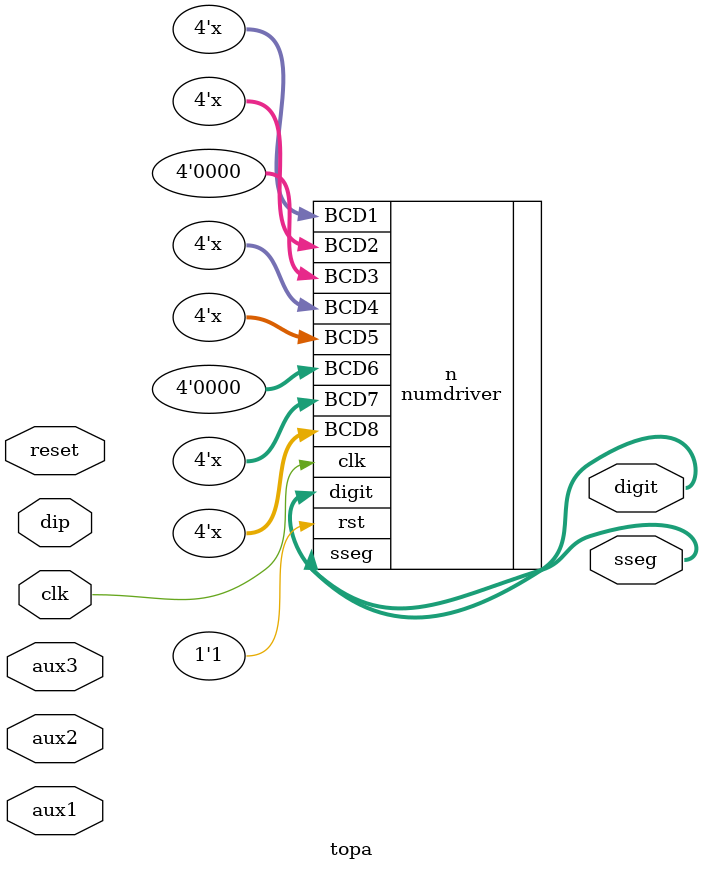
<source format=v>
/*
module stack(
    input wire clk,
    input wire reset,
    output wire [15:0] top,
    output wire empty,
    output wire single,
    input wire [15:0] data,
    input wire push,
    input wire write,
    input wire pop,
);

endmodule

module calculator(
    input wire clk,
    input wire reset,
    input wire push,
    input wire add,
    input wire mul,
);

    reg [15:0] OPa;
    reg [15:0] OPb;
    reg add_job, mul_job;
    reg a_valud, b_valid;

    wire [15:0] opp_sum = OPa + OPb;
    wire [15:0] opp_mul = OPa * OPb;
    

    always @(posedge clk) begin
        if (reset) begin
            
        end else begin
            if(add_job | mul_job) begin // jeśli mam jakieś obliczenie do zrobienia
                if (a_valid & b_valid) begin // jeśli mam operandy, to policz i wypisz wynik
                
                end
            
                if (a_valid & !b_valid) begin // mam a, b czeka
                
                end

                if (!a_valid) begin // nie mam a
                
                end
            end else begin // nie mam nic do policzenia
                
            
            end
        end
    end

endmodule
*/
module topa(
    input wire clk,
    input wire reset,
    input wire [7:0] dip,
    input wire aux1, 
    input wire aux2, 
    input wire aux3,
    output wire [7:0] sseg,
    output wire [7:0] digit,
);
   


    numdriver n(
        .clk(clk),
        .rst(1'b1),
        .BCD1(c[0:3]),
        .BCD2(c[4:7]),
        .BCD3(4'b0000),
        .BCD4(c[8:11]),
        .BCD5(c[12:15]),
        .BCD6(4'b0000),
        .BCD7(c[4:7]),
        .BCD8(c[0:3]),
        .sseg(sseg),
        .digit(digit)
    );
endmodule
</source>
